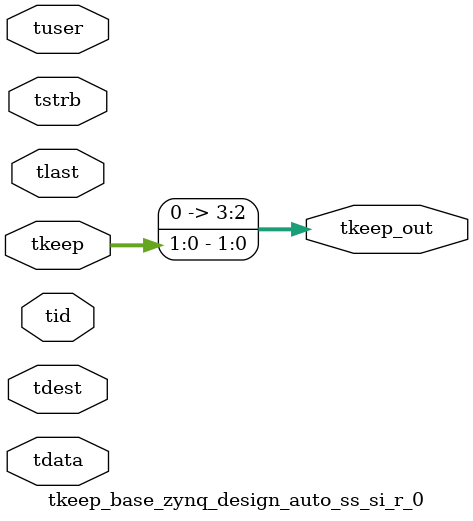
<source format=v>


`timescale 1ps/1ps

module tkeep_base_zynq_design_auto_ss_si_r_0 #
(
parameter C_S_AXIS_TDATA_WIDTH = 32,
parameter C_S_AXIS_TUSER_WIDTH = 0,
parameter C_S_AXIS_TID_WIDTH   = 0,
parameter C_S_AXIS_TDEST_WIDTH = 0,
parameter C_M_AXIS_TDATA_WIDTH = 32
)
(
input  [(C_S_AXIS_TDATA_WIDTH == 0 ? 1 : C_S_AXIS_TDATA_WIDTH)-1:0     ] tdata,
input  [(C_S_AXIS_TUSER_WIDTH == 0 ? 1 : C_S_AXIS_TUSER_WIDTH)-1:0     ] tuser,
input  [(C_S_AXIS_TID_WIDTH   == 0 ? 1 : C_S_AXIS_TID_WIDTH)-1:0       ] tid,
input  [(C_S_AXIS_TDEST_WIDTH == 0 ? 1 : C_S_AXIS_TDEST_WIDTH)-1:0     ] tdest,
input  [(C_S_AXIS_TDATA_WIDTH/8)-1:0 ] tkeep,
input  [(C_S_AXIS_TDATA_WIDTH/8)-1:0 ] tstrb,
input                                                                    tlast,
output [(C_M_AXIS_TDATA_WIDTH/8)-1:0 ] tkeep_out
);

assign tkeep_out = {tkeep[1:0]};

endmodule


</source>
